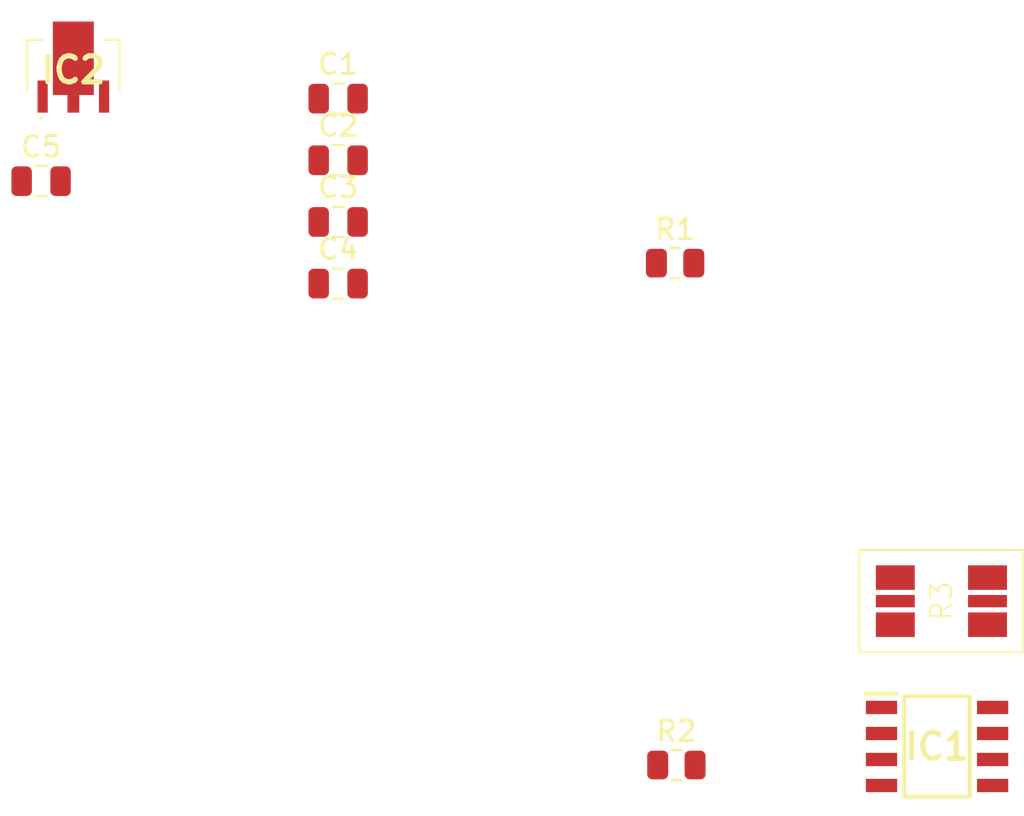
<source format=kicad_pcb>
(kicad_pcb (version 20240108) (generator "pcbnew") (generator_version "8.0")
  (layers (0 "F.Cu" signal) (31 "B.Cu" signal) (34 "B.Paste" user) (35 "F.Paste" user) (36 "B.SilkS" user "B.Silkscreen") (37 "F.SilkS" user "F.Silkscreen") (38 "B.Mask" user) (39 "F.Mask" user) (44 "Edge.Cuts" user))
  (net 0 "")
  (net 2 "Net-(IC1--IN)")
  (net 3 "Net-(IC1-+IN)")
  (net 4 "GND")
  (net 5 "/To microcontroller")
  (net 6 "Net-(R3-DIFF_output)")
  (net 7 "Net-(R3-DIFF_input)")
  (net 8 "/Vcc")
  (net 9 "/-Vcc")
  (net 11 "Net-(IC1-VREF1)")
  (net 12 "+15V")
  (footprint "Capacitor_SMD:C_0805_2012Metric" (layer "F.Cu") (at 97.05 48.47)
    (property "Reference" "C1" (at 0 -1.68 0) (layer "F.SilkS"))
    (property "Value" "100n")
    (fp_line (start -0.261252 -0.735) (end 0.261252 -0.735) (stroke (width 0.12)) (layer "F.SilkS"))
    (fp_line (start -0.261252 0.735) (end 0.261252 0.735) (stroke (width 0.12)) (layer "F.SilkS"))
    (pad "1" smd roundrect (at -0.95 0) (size 1 1.45) (layers "F.Cu" "F.Paste" "F.Mask") (net 11 "Net-(IC1-VREF1)"))
    (pad "2" smd roundrect (at 0.95 0) (size 1 1.45) (layers "F.Cu" "F.Paste" "F.Mask") (net 4 "GND"))
  )
  (footprint "Capacitor_SMD:C_0805_2012Metric" (layer "F.Cu") (at 97.05 51.48)
    (property "Reference" "C2" (at 0 -1.68 0) (layer "F.SilkS"))
    (property "Value" "100n")
    (fp_line (start -0.261252 -0.735) (end 0.261252 -0.735) (stroke (width 0.12)) (layer "F.SilkS"))
    (fp_line (start -0.261252 0.735) (end 0.261252 0.735) (stroke (width 0.12)) (layer "F.SilkS"))
    (pad "1" smd roundrect (at -0.95 0) (size 1 1.45) (layers "F.Cu" "F.Paste" "F.Mask") (net 2 "Net-(IC1--IN)"))
    (pad "2" smd roundrect (at 0.95 0) (size 1 1.45) (layers "F.Cu" "F.Paste" "F.Mask") (net 3 "Net-(IC1-+IN)"))
  )
  (footprint "Capacitor_SMD:C_0805_2012Metric" (layer "F.Cu") (at 97.05 57.5)
    (property "Reference" "C4" (at 0 -1.68 0) (layer "F.SilkS"))
    (property "Value" "1n")
    (fp_line (start -0.261252 -0.735) (end 0.261252 -0.735) (stroke (width 0.12)) (layer "F.SilkS"))
    (fp_line (start -0.261252 0.735) (end 0.261252 0.735) (stroke (width 0.12)) (layer "F.SilkS"))
    (pad "1" smd roundrect (at -0.95 0) (size 1 1.45) (layers "F.Cu" "F.Paste" "F.Mask") (net 3 "Net-(IC1-+IN)"))
    (pad "2" smd roundrect (at 0.95 0) (size 1 1.45) (layers "F.Cu" "F.Paste" "F.Mask") (net 4 "GND"))
  )
  (footprint "Resistor_SMD:R_0805_2012Metric" (layer "F.Cu") (at 113.5 56.5)
    (property "Reference" "R1" (at 0 -1.65 0) (layer "F.SilkS"))
    (property "Value" "10")
    (fp_line (start -0.227064 -0.735) (end 0.227064 -0.735) (stroke (width 0.12)) (layer "F.SilkS"))
    (fp_line (start -0.227064 0.735) (end 0.227064 0.735) (stroke (width 0.12)) (layer "F.SilkS"))
    (pad "1" smd roundrect (at -0.9125 0) (size 1.025 1.4) (layers "F.Cu" "F.Paste" "F.Mask") (roundrect_rratio 0.243902) (net 6 "Net-(R3-DIFF_output)"))
    (pad "2" smd roundrect (at 0.9125 0) (size 1.025 1.4) (layers "F.Cu" "F.Paste" "F.Mask") (roundrect_rratio 0.243902) (net 2 "Net-(IC1--IN)"))
  )
  (footprint "KiCad:SOIC127P600X175-8N" (layer "F.Cu") (at 126.288 80.095)
    (property "Reference" "IC1" (at 0 0 0) (layer "F.SilkS") (effects (font (size 1.27 1.27) (thickness 0.254))))
    (property "Value" "AD8411AWBRZ" (hide yes))
    (fp_line (start -3.475 -2.58) (end -1.95 -2.58) (stroke (width 0.2)) (layer "F.SilkS"))
    (fp_line (start -1.6 -2.45) (end 1.6 -2.45) (stroke (width 0.2)) (layer "F.SilkS"))
    (fp_line (start -1.6 2.45) (end -1.6 -2.45) (stroke (width 0.2)) (layer "F.SilkS"))
    (fp_line (start 1.6 -2.45) (end 1.6 2.45) (stroke (width 0.2)) (layer "F.SilkS"))
    (fp_line (start 1.6 2.45) (end -1.6 2.45) (stroke (width 0.2)) (layer "F.SilkS"))
    (pad "1" smd rect (at -2.712 -1.905 90) (size 0.65 1.525) (layers "F.Cu" "F.Paste" "F.Mask") (net 2 "Net-(IC1--IN)"))
    (pad "2" smd rect (at -2.712 -0.635 90) (size 0.65 1.525) (layers "F.Cu" "F.Paste" "F.Mask") (net 4 "GND"))
    (pad "3" smd rect (at -2.712 0.635 90) (size 0.65 1.525) (layers "F.Cu" "F.Paste" "F.Mask") (net 4 "GND"))
    (pad "4" smd rect (at -2.712 1.905 90) (size 0.65 1.525) (layers "F.Cu" "F.Paste" "F.Mask"))
    (pad "5" smd rect (at 2.712 1.905 90) (size 0.65 1.525) (layers "F.Cu" "F.Paste" "F.Mask") (net 5 "/To microcontroller"))
    (pad "6" smd rect (at 2.712 0.635 90) (size 0.65 1.525) (layers "F.Cu" "F.Paste" "F.Mask") (net 11 "Net-(IC1-VREF1)"))
    (pad "7" smd rect (at 2.712 -0.635 90) (size 0.65 1.525) (layers "F.Cu" "F.Paste" "F.Mask") (net 11 "Net-(IC1-VREF1)"))
    (pad "8" smd rect (at 2.712 -1.905 90) (size 0.65 1.525) (layers "F.Cu" "F.Paste" "F.Mask") (net 3 "Net-(IC1-+IN)"))
  )
  (footprint "Capacitor_SMD:C_0805_2012Metric" (layer "F.Cu") (at 82.55 52.5)
    (property "Reference" "C5" (at 0 -1.68 0) (layer "F.SilkS"))
    (property "Value" "330n")
    (fp_line (start -0.261252 -0.735) (end 0.261252 -0.735) (stroke (width 0.12)) (layer "F.SilkS"))
    (fp_line (start -0.261252 0.735) (end 0.261252 0.735) (stroke (width 0.12)) (layer "F.SilkS"))
    (pad "1" smd roundrect (at -0.95 0) (size 1 1.45) (layers "F.Cu" "F.Paste" "F.Mask") (net 4 "GND"))
    (pad "2" smd roundrect (at 0.95 0) (size 1 1.45) (layers "F.Cu" "F.Paste" "F.Mask") (net 12 "+15V"))
  )
  (footprint "Capacitor_SMD:C_0805_2012Metric" (layer "F.Cu") (at 97.05 54.49)
    (property "Reference" "C3" (at 0 -1.68 0) (layer "F.SilkS"))
    (property "Value" "1n")
    (fp_line (start -0.261252 -0.735) (end 0.261252 -0.735) (stroke (width 0.12)) (layer "F.SilkS"))
    (fp_line (start -0.261252 0.735) (end 0.261252 0.735) (stroke (width 0.12)) (layer "F.SilkS"))
    (pad "1" smd roundrect (at -0.95 0) (size 1 1.45) (layers "F.Cu" "F.Paste" "F.Mask") (net 4 "GND"))
    (pad "2" smd roundrect (at 0.95 0) (size 1 1.45) (layers "F.Cu" "F.Paste" "F.Mask") (net 2 "Net-(IC1--IN)"))
  )
  (footprint "Resistor_SMD:R_0805_2012Metric" (layer "F.Cu") (at 113.5625 81)
    (property "Reference" "R2" (at 0 -1.65 0) (layer "F.SilkS"))
    (property "Value" "10")
    (fp_line (start -0.227064 -0.735) (end 0.227064 -0.735) (stroke (width 0.12)) (layer "F.SilkS"))
    (fp_line (start -0.227064 0.735) (end 0.227064 0.735) (stroke (width 0.12)) (layer "F.SilkS"))
    (pad "1" smd roundrect (at -0.9125 0) (size 1.025 1.4) (layers "F.Cu" "F.Paste" "F.Mask") (roundrect_rratio 0.243902) (net 7 "Net-(R3-DIFF_input)"))
    (pad "2" smd roundrect (at 0.9125 0) (size 1.025 1.4) (layers "F.Cu" "F.Paste" "F.Mask") (roundrect_rratio 0.243902) (net 3 "Net-(IC1-+IN)"))
  )
  (footprint "R_m:R_m" (layer "F.Cu") (at 126.5 73)
    (property "Reference" "R3" (at 0 0 90) (layer "F.SilkS") (effects (font (thickness 0.1))))
    (property "Value" "~" (hide yes))
    (fp_rect (start -4 -2.5) (end 4 2.5) (stroke (width 0.1)) (fill none) (layer "F.SilkS"))
    (pad "1" smd rect (at -2.25 -1.15) (size 1.9 1.2) (layers "F.Cu" "F.Paste" "F.Mask") (net 8 "/Vcc"))
    (pad "2" smd rect (at -2.25 0) (size 1.9 0.6) (layers "F.Cu" "F.Paste" "F.Mask") (net 7 "Net-(R3-DIFF_input)"))
    (pad "3" smd rect (at -2.25 1.15) (size 1.9 1.2) (layers "F.Cu" "F.Paste" "F.Mask") (net 8 "/Vcc"))
    (pad "4" smd rect (at 2.25 1.15) (size 1.9 1.2) (layers "F.Cu" "F.Paste" "F.Mask") (net 9 "/-Vcc"))
    (pad "5" smd rect (at 2.25 0) (size 1.9 0.6) (layers "F.Cu" "F.Paste" "F.Mask") (net 6 "Net-(R3-DIFF_output)"))
    (pad "6" smd rect (at 2.25 -1.15) (size 1.9 1.2) (layers "F.Cu" "F.Paste" "F.Mask") (net 9 "/-Vcc"))
  )
  (footprint "MC78L05ACHT1G:MC78L05ACHX_1" (layer "F.Cu") (at 84.125 48.095)
    (property "Reference" "IC2" (at 0 -1.02 0) (layer "F.SilkS") (effects (font (size 1.27 1.27) (thickness 0.254))))
    (property "Value" "MC78L05ACHT1G" (hide yes))
    (fp_line (start -2.25 -2.5) (end -1.5 -2.5) (stroke (width 0.1)) (layer "F.SilkS"))
    (fp_line (start -2.25 0) (end -2.25 -2.5) (stroke (width 0.1)) (layer "F.SilkS"))
    (fp_line (start -1.6 1.3) (end -1.6 1.3) (stroke (width 0.1)) (layer "F.SilkS"))
    (fp_line (start -1.5 1.3) (end -1.5 1.3) (stroke (width 0.1)) (layer "F.SilkS"))
    (fp_line (start 2.25 -2.5) (end 1.5 -2.5) (stroke (width 0.1)) (layer "F.SilkS"))
    (fp_line (start 2.25 0) (end 2.25 -2.5) (stroke (width 0.1)) (layer "F.SilkS"))
    (fp_arc (start -1.6 1.3) (mid -1.55 1.25) (end -1.5 1.3) (stroke (width 0.1)) (layer "F.SilkS"))
    (fp_arc (start -1.5 1.3) (mid -1.55 1.35) (end -1.6 1.3) (stroke (width 0.1)) (layer "F.SilkS"))
    (pad "1" smd rect (at -1.5 0.275) (size 0.5 1.57) (layers "F.Cu" "F.Paste" "F.Mask") (net 11 "Net-(IC1-VREF1)"))
    (pad "2" smd rect (at 0 0.63) (size 0.58 0.86) (layers "F.Cu" "F.Paste" "F.Mask") (net 4 "GND"))
    (pad "3" smd rect (at 1.5 0.275) (size 0.5 1.57) (layers "F.Cu" "F.Paste" "F.Mask") (net 12 "+15V"))
    (pad "4" smd rect (at 0 -1.595) (size 2 3.59) (layers "F.Cu" "F.Paste" "F.Mask"))
  )
)
</source>
